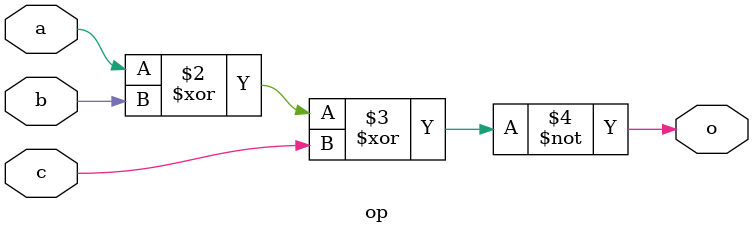
<source format=v>
module op(input a,b,c,output o);
always @(a or b or c);
assign o=~(a^b^c);
endmodule

</source>
